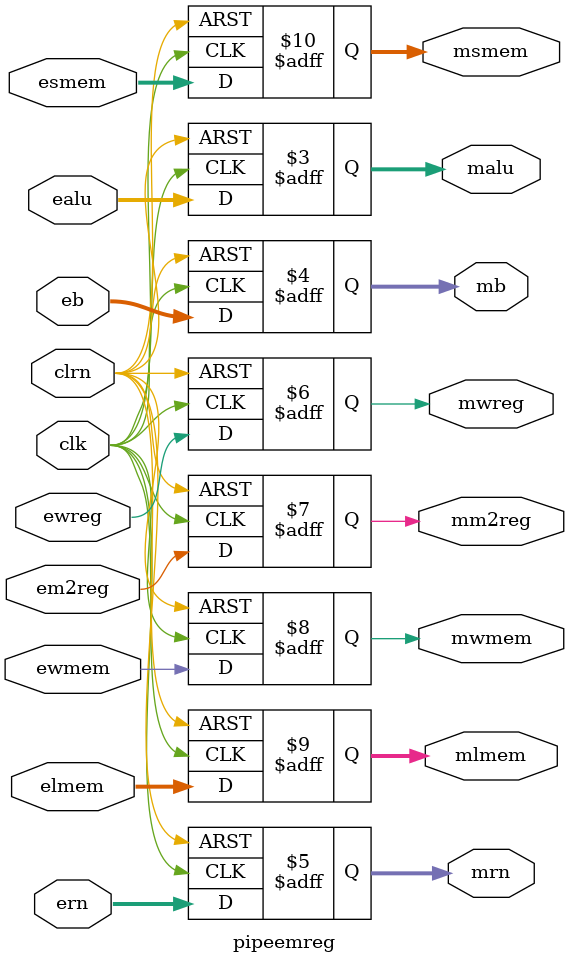
<source format=v>
`timescale 1ns / 1ps


module pipeemreg(ewreg,em2reg,ewmem,elmem,esmem,ealu,eb,ern,clk,clrn,
mwreg,mm2reg,mwmem,mlmem,msmem,malu,mb,mrn);
   input [31:0] ealu,eb;
   input [4:0] ern;
   input ewreg,em2reg,ewmem;
   //for memory
   input [2:0] elmem;
   input [1:0] esmem;
   input clk,clrn;
   output [31:0] malu,mb;
   output [4:0] mrn;
   output mwreg,mm2reg,mwmem;
   //for memory
   output [2:0] mlmem;
   output [1:0] msmem;
   reg [31:0] malu,mb;
   reg [4:0] mrn;
   reg mwreg,mm2reg,mwmem,mlmem,msmem;
   always @(negedge clrn or posedge clk)
       if (clrn == 0) begin
           mwreg <= 0;
           mm2reg <=0;
           mwmem <= 0;
           malu <= 0;
           mb <= 0;
           mrn <= 0;
           mlmem <= 0;
           msmem <= 0;
       end else begin
           mwreg <= ewreg;
           mm2reg <= em2reg;
           mwmem <= ewmem;
           malu <= ealu;
           mb <= eb;
           mrn <= ern;
           mlmem <= elmem;
           msmem <= esmem;
       end
endmodule

</source>
